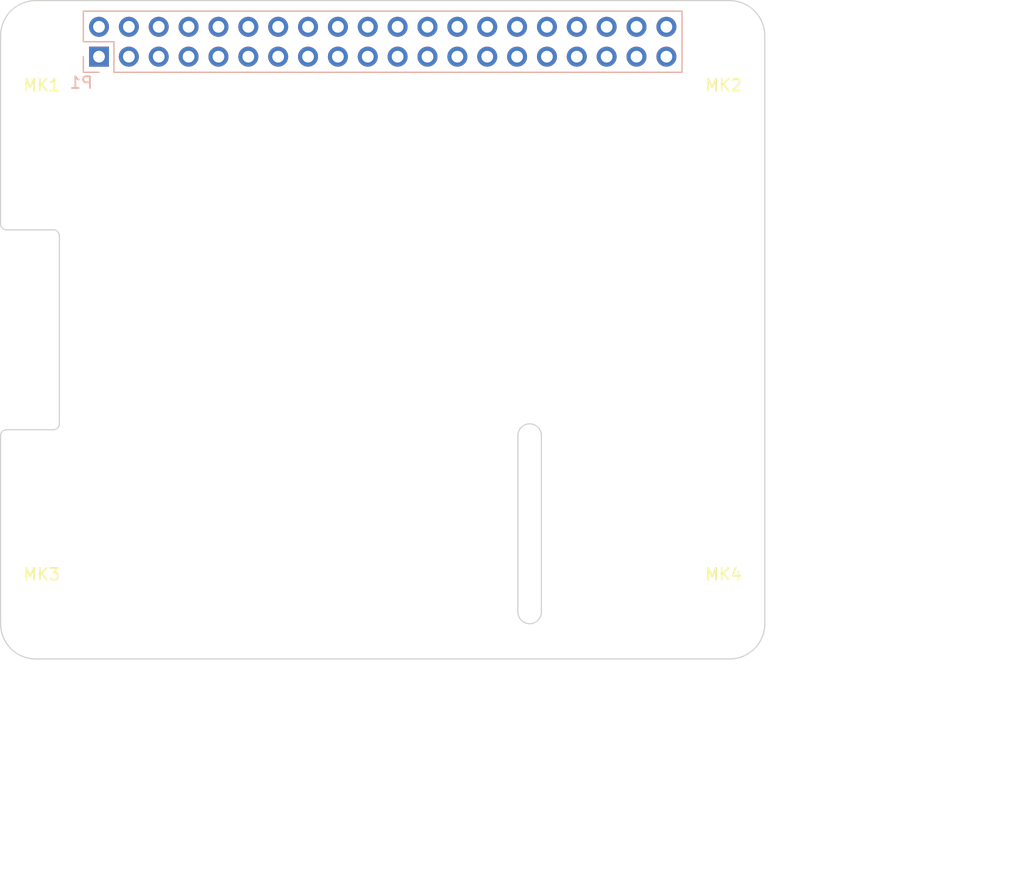
<source format=kicad_pcb>
(kicad_pcb (version 20221018) (generator pcbnew)
  (title_block (date "15 nov 2012"))
  (layers (0 "F.Cu" signal) (31 "B.Cu" signal) (34 "B.Paste" user) (35 "F.Paste" user) (36 "B.SilkS" user "B.Silkscreen") (37 "F.SilkS" user "F.Silkscreen") (38 "B.Mask" user) (39 "F.Mask" user) (44 "Edge.Cuts" user))
  (net 0 "")
  (net 1 "+3V3")
  (net 2 "+5V")
  (net 3 "GND")
  (net 4 "/ID_SD")
  (net 5 "/ID_SC")
  (net 6 "/GPIO5")
  (net 7 "/GPIO6")
  (net 8 "/GPIO26")
  (net 9 "/GPIO2(SDA1)")
  (net 10 "/GPIO3(SCL1)")
  (net 11 "/GPIO4(GCLK)")
  (net 12 "/GPIO14(TXD0)")
  (net 13 "/GPIO15(RXD0)")
  (net 14 "/GPIO17(GEN0)")
  (net 15 "/GPIO27(GEN2)")
  (net 16 "/GPIO22(GEN3)")
  (net 17 "/GPIO23(GEN4)")
  (net 18 "/GPIO24(GEN5)")
  (net 19 "/GPIO25(GEN6)")
  (net 20 "/GPIO18(GEN1)(PWM0)")
  (net 21 "/GPIO10(SPI0_MOSI)")
  (net 22 "/GPIO9(SPI0_MISO)")
  (net 23 "/GPIO11(SPI0_SCK)")
  (net 24 "/GPIO8(SPI0_CE_N)")
  (net 25 "/GPIO7(SPI1_CE_N)")
  (net 26 "/GPIO12(PWM0)")
  (net 27 "/GPIO13(PWM1)")
  (net 28 "/GPIO19(SPI1_MISO)")
  (net 29 "/GPIO16")
  (net 30 "/GPIO20(SPI1_MOSI)")
  (net 31 "/GPIO21(SPI1_SCK)")
  (footprint "MountingHole:MountingHole_2.7mm_M2.5" (layer "F.Cu") (at 203.5 97.5 180)
    (fp_text reference "MK1" (at 0 -3.7 180) (layer "F.SilkS"))
    (fp_text value "M2.5")
    (pad "" np_thru_hole circle (at 0 0 180) (size 2.7 2.7) (drill 2.7) (layers "*.Cu" "*.Mask"))
  )
  (footprint "MountingHole:MountingHole_2.7mm_M2.5" (layer "F.Cu") (at 261.5 97.5 180)
    (fp_text reference "MK2" (at 0 -3.7 180) (layer "F.SilkS"))
    (fp_text value "M2.5")
    (pad "" np_thru_hole circle (at 0 0 180) (size 2.7 2.7) (drill 2.7) (layers "*.Cu" "*.Mask"))
  )
  (footprint "MountingHole:MountingHole_2.7mm_M2.5" (layer "F.Cu") (at 203.5 146.5)
    (fp_text reference "MK3" (at 0 -3.7) (layer "F.SilkS"))
    (fp_text value "M2.5")
    (pad "" np_thru_hole circle (at 0 0) (size 2.7 2.7) (drill 2.7) (layers "*.Cu" "*.Mask"))
  )
  (footprint "MountingHole:MountingHole_2.7mm_M2.5" (layer "F.Cu") (at 261.5 146.5)
    (fp_text reference "MK4" (at 0 -3.7) (layer "F.SilkS"))
    (fp_text value "M2.5")
    (pad "" np_thru_hole circle (at 0 0) (size 2.7 2.7) (drill 2.7) (layers "*.Cu" "*.Mask"))
  )
  (footprint "Connector_PinSocket_2.54mm:PinSocket_2x20_P2.54mm_Vertical" (layer "B.Cu") (at 208.37 98.77 -90)
    (fp_text reference "P1" (at 2.208 1.512) (layer "B.SilkS") (effects (justify mirror)))
    (fp_text value "Conn_02x20_Odd_Even")
    (fp_line (start -3.87 -49.59) (end 1.33 -49.59) (stroke (width 0.12)) (layer "B.SilkS"))
    (fp_line (start -3.87 1.33) (end -3.87 -49.59) (stroke (width 0.12)) (layer "B.SilkS"))
    (fp_line (start -3.87 1.33) (end -1.27 1.33) (stroke (width 0.12)) (layer "B.SilkS"))
    (fp_line (start -1.27 -1.27) (end 1.33 -1.27) (stroke (width 0.12)) (layer "B.SilkS"))
    (fp_line (start -1.27 1.33) (end -1.27 -1.27) (stroke (width 0.12)) (layer "B.SilkS"))
    (fp_line (start 0 1.33) (end 1.33 1.33) (stroke (width 0.12)) (layer "B.SilkS"))
    (fp_line (start 1.33 -1.27) (end 1.33 -49.59) (stroke (width 0.12)) (layer "B.SilkS"))
    (fp_line (start 1.33 1.33) (end 1.33 0) (stroke (width 0.12)) (layer "B.SilkS"))
    (pad "1" thru_hole rect (at 0 0 270) (size 1.7 1.7) (drill 1) (layers "*.Cu" "*.Mask") (net 1 "+3V3"))
    (pad "2" thru_hole oval (at -2.54 0 270) (size 1.7 1.7) (drill 1) (layers "*.Cu" "*.Mask") (net 2 "+5V"))
    (pad "3" thru_hole oval (at 0 -2.54 270) (size 1.7 1.7) (drill 1) (layers "*.Cu" "*.Mask") (net 9 "/GPIO2(SDA1)"))
    (pad "4" thru_hole oval (at -2.54 -2.54 270) (size 1.7 1.7) (drill 1) (layers "*.Cu" "*.Mask") (net 2 "+5V"))
    (pad "5" thru_hole oval (at 0 -5.08 270) (size 1.7 1.7) (drill 1) (layers "*.Cu" "*.Mask") (net 10 "/GPIO3(SCL1)"))
    (pad "6" thru_hole oval (at -2.54 -5.08 270) (size 1.7 1.7) (drill 1) (layers "*.Cu" "*.Mask") (net 3 "GND"))
    (pad "7" thru_hole oval (at 0 -7.62 270) (size 1.7 1.7) (drill 1) (layers "*.Cu" "*.Mask") (net 11 "/GPIO4(GCLK)"))
    (pad "8" thru_hole oval (at -2.54 -7.62 270) (size 1.7 1.7) (drill 1) (layers "*.Cu" "*.Mask") (net 12 "/GPIO14(TXD0)"))
    (pad "9" thru_hole oval (at 0 -10.16 270) (size 1.7 1.7) (drill 1) (layers "*.Cu" "*.Mask") (net 3 "GND"))
    (pad "10" thru_hole oval (at -2.54 -10.16 270) (size 1.7 1.7) (drill 1) (layers "*.Cu" "*.Mask") (net 13 "/GPIO15(RXD0)"))
    (pad "11" thru_hole oval (at 0 -12.7 270) (size 1.7 1.7) (drill 1) (layers "*.Cu" "*.Mask") (net 14 "/GPIO17(GEN0)"))
    (pad "12" thru_hole oval (at -2.54 -12.7 270) (size 1.7 1.7) (drill 1) (layers "*.Cu" "*.Mask") (net 20 "/GPIO18(GEN1)(PWM0)"))
    (pad "13" thru_hole oval (at 0 -15.24 270) (size 1.7 1.7) (drill 1) (layers "*.Cu" "*.Mask") (net 15 "/GPIO27(GEN2)"))
    (pad "14" thru_hole oval (at -2.54 -15.24 270) (size 1.7 1.7) (drill 1) (layers "*.Cu" "*.Mask") (net 3 "GND"))
    (pad "15" thru_hole oval (at 0 -17.78 270) (size 1.7 1.7) (drill 1) (layers "*.Cu" "*.Mask") (net 16 "/GPIO22(GEN3)"))
    (pad "16" thru_hole oval (at -2.54 -17.78 270) (size 1.7 1.7) (drill 1) (layers "*.Cu" "*.Mask") (net 17 "/GPIO23(GEN4)"))
    (pad "17" thru_hole oval (at 0 -20.32 270) (size 1.7 1.7) (drill 1) (layers "*.Cu" "*.Mask") (net 1 "+3V3"))
    (pad "18" thru_hole oval (at -2.54 -20.32 270) (size 1.7 1.7) (drill 1) (layers "*.Cu" "*.Mask") (net 18 "/GPIO24(GEN5)"))
    (pad "19" thru_hole oval (at 0 -22.86 270) (size 1.7 1.7) (drill 1) (layers "*.Cu" "*.Mask") (net 21 "/GPIO10(SPI0_MOSI)"))
    (pad "20" thru_hole oval (at -2.54 -22.86 270) (size 1.7 1.7) (drill 1) (layers "*.Cu" "*.Mask") (net 3 "GND"))
    (pad "21" thru_hole oval (at 0 -25.4 270) (size 1.7 1.7) (drill 1) (layers "*.Cu" "*.Mask") (net 22 "/GPIO9(SPI0_MISO)"))
    (pad "22" thru_hole oval (at -2.54 -25.4 270) (size 1.7 1.7) (drill 1) (layers "*.Cu" "*.Mask") (net 19 "/GPIO25(GEN6)"))
    (pad "23" thru_hole oval (at 0 -27.94 270) (size 1.7 1.7) (drill 1) (layers "*.Cu" "*.Mask") (net 23 "/GPIO11(SPI0_SCK)"))
    (pad "24" thru_hole oval (at -2.54 -27.94 270) (size 1.7 1.7) (drill 1) (layers "*.Cu" "*.Mask") (net 24 "/GPIO8(SPI0_CE_N)"))
    (pad "25" thru_hole oval (at 0 -30.48 270) (size 1.7 1.7) (drill 1) (layers "*.Cu" "*.Mask") (net 3 "GND"))
    (pad "26" thru_hole oval (at -2.54 -30.48 270) (size 1.7 1.7) (drill 1) (layers "*.Cu" "*.Mask") (net 25 "/GPIO7(SPI1_CE_N)"))
    (pad "27" thru_hole oval (at 0 -33.02 270) (size 1.7 1.7) (drill 1) (layers "*.Cu" "*.Mask") (net 4 "/ID_SD"))
    (pad "28" thru_hole oval (at -2.54 -33.02 270) (size 1.7 1.7) (drill 1) (layers "*.Cu" "*.Mask") (net 5 "/ID_SC"))
    (pad "29" thru_hole oval (at 0 -35.56 270) (size 1.7 1.7) (drill 1) (layers "*.Cu" "*.Mask") (net 6 "/GPIO5"))
    (pad "30" thru_hole oval (at -2.54 -35.56 270) (size 1.7 1.7) (drill 1) (layers "*.Cu" "*.Mask") (net 3 "GND"))
    (pad "31" thru_hole oval (at 0 -38.1 270) (size 1.7 1.7) (drill 1) (layers "*.Cu" "*.Mask") (net 7 "/GPIO6"))
    (pad "32" thru_hole oval (at -2.54 -38.1 270) (size 1.7 1.7) (drill 1) (layers "*.Cu" "*.Mask") (net 26 "/GPIO12(PWM0)"))
    (pad "33" thru_hole oval (at 0 -40.64 270) (size 1.7 1.7) (drill 1) (layers "*.Cu" "*.Mask") (net 27 "/GPIO13(PWM1)"))
    (pad "34" thru_hole oval (at -2.54 -40.64 270) (size 1.7 1.7) (drill 1) (layers "*.Cu" "*.Mask") (net 3 "GND"))
    (pad "35" thru_hole oval (at 0 -43.18 270) (size 1.7 1.7) (drill 1) (layers "*.Cu" "*.Mask") (net 28 "/GPIO19(SPI1_MISO)"))
    (pad "36" thru_hole oval (at -2.54 -43.18 270) (size 1.7 1.7) (drill 1) (layers "*.Cu" "*.Mask") (net 29 "/GPIO16"))
    (pad "37" thru_hole oval (at 0 -45.72 270) (size 1.7 1.7) (drill 1) (layers "*.Cu" "*.Mask") (net 8 "/GPIO26"))
    (pad "38" thru_hole oval (at -2.54 -45.72 270) (size 1.7 1.7) (drill 1) (layers "*.Cu" "*.Mask") (net 30 "/GPIO20(SPI1_MOSI)"))
    (pad "39" thru_hole oval (at 0 -48.26 270) (size 1.7 1.7) (drill 1) (layers "*.Cu" "*.Mask") (net 3 "GND"))
    (pad "40" thru_hole oval (at -2.54 -48.26 270) (size 1.7 1.7) (drill 1) (layers "*.Cu" "*.Mask") (net 31 "/GPIO21(SPI1_SCK)"))
  )
  (gr_arc (start 205 130) (mid 204.853553 130.353553) (end 204.5 130.5) (stroke (width 0.1)) (layer "Edge.Cuts"))
  (gr_arc (start 244 131) (mid 245 130) (end 246 131) (stroke (width 0.1)) (layer "Edge.Cuts"))
  (gr_line (start 265 147) (end 265 97) (stroke (width 0.1)) (layer "Edge.Cuts"))
  (gr_line (start 200.5 113.5) (end 204.5 113.5) (stroke (width 0.1)) (layer "Edge.Cuts"))
  (gr_line (start 244 146) (end 244 131) (stroke (width 0.1)) (layer "Edge.Cuts"))
  (gr_line (start 203 150) (end 262 150) (stroke (width 0.1)) (layer "Edge.Cuts"))
  (gr_arc (start 246 146) (mid 245 147) (end 244 146) (stroke (width 0.1)) (layer "Edge.Cuts"))
  (gr_arc (start 204.5 113.5) (mid 204.853553 113.646447) (end 205 114) (stroke (width 0.1)) (layer "Edge.Cuts"))
  (gr_line (start 205 114) (end 205 130) (stroke (width 0.1)) (layer "Edge.Cuts"))
  (gr_arc (start 200.5 113.5) (mid 200.146447 113.353553) (end 200 113) (stroke (width 0.1)) (layer "Edge.Cuts"))
  (gr_arc (start 203 150) (mid 200.87868 149.12132) (end 200 147) (stroke (width 0.1)) (layer "Edge.Cuts"))
  (gr_line (start 204.5 130.5) (end 200.5 130.5) (stroke (width 0.1)) (layer "Edge.Cuts"))
  (gr_line (start 200 131) (end 200 147) (stroke (width 0.1)) (layer "Edge.Cuts"))
  (gr_line (start 262 94) (end 203 94) (stroke (width 0.1)) (layer "Edge.Cuts"))
  (gr_arc (start 200 131) (mid 200.146138 130.646755) (end 200.499127 130.500001) (stroke (width 0.1)) (layer "Edge.Cuts"))
  (gr_arc (start 265 147) (mid 264.12132 149.12132) (end 262 150) (stroke (width 0.1)) (layer "Edge.Cuts"))
  (gr_line (start 246 131) (end 246 146) (stroke (width 0.1)) (layer "Edge.Cuts"))
  (gr_arc (start 200 97) (mid 200.87868 94.87868) (end 203 94) (stroke (width 0.1)) (layer "Edge.Cuts"))
  (gr_arc (start 262 94) (mid 264.12132 94.87868) (end 265 97) (stroke (width 0.1)) (layer "Edge.Cuts"))
  (gr_line (start 200 97) (end 200 113) (stroke (width 0.1)) (layer "Edge.Cuts"))
)
</source>
